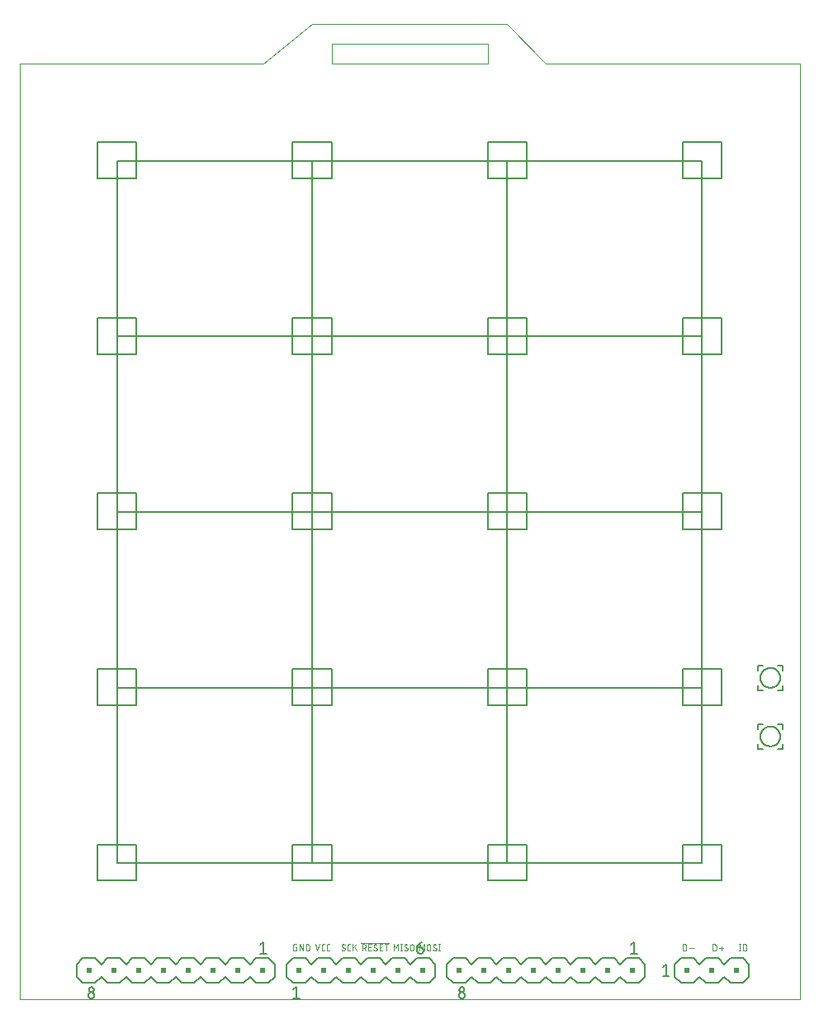
<source format=gto>
G75*
%MOIN*%
%OFA0B0*%
%FSLAX25Y25*%
%IPPOS*%
%LPD*%
%AMOC8*
5,1,8,0,0,1.08239X$1,22.5*
%
%ADD10C,0.00000*%
%ADD11C,0.00600*%
%ADD12C,0.00200*%
%ADD13C,0.00500*%
%ADD14R,0.02000X0.02000*%
D10*
X0025153Y0014324D02*
X0025153Y0392277D01*
X0123578Y0392277D01*
X0143263Y0408025D01*
X0222003Y0408025D01*
X0237751Y0392277D01*
X0340113Y0392277D01*
X0340113Y0014324D01*
X0025153Y0014324D01*
X0151137Y0392277D02*
X0151137Y0400151D01*
X0214129Y0400151D01*
X0214129Y0392277D01*
X0151137Y0392277D01*
D11*
X0143263Y0352906D02*
X0143263Y0069442D01*
X0222003Y0069442D01*
X0222003Y0352906D01*
X0300743Y0352906D01*
X0300743Y0282040D01*
X0064523Y0282040D01*
X0064523Y0211174D01*
X0300743Y0211174D01*
X0300743Y0282040D01*
X0300743Y0211174D02*
X0300743Y0140308D01*
X0064523Y0140308D01*
X0064523Y0069442D01*
X0143263Y0069442D01*
X0145448Y0031135D02*
X0150448Y0031135D01*
X0152948Y0028635D01*
X0155448Y0031135D01*
X0160448Y0031135D01*
X0162948Y0028635D01*
X0165448Y0031135D01*
X0170448Y0031135D01*
X0172948Y0028635D01*
X0175448Y0031135D01*
X0180448Y0031135D01*
X0182948Y0028635D01*
X0185448Y0031135D01*
X0190448Y0031135D01*
X0192948Y0028635D01*
X0192948Y0023635D01*
X0190448Y0021135D01*
X0185448Y0021135D01*
X0182948Y0023635D01*
X0180448Y0021135D01*
X0175448Y0021135D01*
X0172948Y0023635D01*
X0170448Y0021135D01*
X0165448Y0021135D01*
X0162948Y0023635D01*
X0160448Y0021135D01*
X0155448Y0021135D01*
X0152948Y0023635D01*
X0150448Y0021135D01*
X0145448Y0021135D01*
X0142948Y0023635D01*
X0140448Y0021135D01*
X0135448Y0021135D01*
X0132948Y0023635D01*
X0132948Y0028635D01*
X0135448Y0031135D01*
X0140448Y0031135D01*
X0142948Y0028635D01*
X0145448Y0031135D01*
X0128145Y0028635D02*
X0128145Y0023635D01*
X0125645Y0021135D01*
X0120645Y0021135D01*
X0118145Y0023635D01*
X0115645Y0021135D01*
X0110645Y0021135D01*
X0108145Y0023635D01*
X0105645Y0021135D01*
X0100645Y0021135D01*
X0098145Y0023635D01*
X0095645Y0021135D01*
X0090645Y0021135D01*
X0088145Y0023635D01*
X0085645Y0021135D01*
X0080645Y0021135D01*
X0078145Y0023635D01*
X0075645Y0021135D01*
X0070645Y0021135D01*
X0068145Y0023635D01*
X0065645Y0021135D01*
X0060645Y0021135D01*
X0058145Y0023635D01*
X0055645Y0021135D01*
X0050645Y0021135D01*
X0048145Y0023635D01*
X0048145Y0028635D01*
X0050645Y0031135D01*
X0055645Y0031135D01*
X0058145Y0028635D01*
X0060645Y0031135D01*
X0065645Y0031135D01*
X0068145Y0028635D01*
X0070645Y0031135D01*
X0075645Y0031135D01*
X0078145Y0028635D01*
X0080645Y0031135D01*
X0085645Y0031135D01*
X0088145Y0028635D01*
X0090645Y0031135D01*
X0095645Y0031135D01*
X0098145Y0028635D01*
X0100645Y0031135D01*
X0105645Y0031135D01*
X0108145Y0028635D01*
X0110645Y0031135D01*
X0115645Y0031135D01*
X0118145Y0028635D01*
X0120645Y0031135D01*
X0125645Y0031135D01*
X0128145Y0028635D01*
X0197751Y0028635D02*
X0197751Y0023635D01*
X0200251Y0021135D01*
X0205251Y0021135D01*
X0207751Y0023635D01*
X0210251Y0021135D01*
X0215251Y0021135D01*
X0217751Y0023635D01*
X0220251Y0021135D01*
X0225251Y0021135D01*
X0227751Y0023635D01*
X0230251Y0021135D01*
X0235251Y0021135D01*
X0237751Y0023635D01*
X0240251Y0021135D01*
X0245251Y0021135D01*
X0247751Y0023635D01*
X0250251Y0021135D01*
X0255251Y0021135D01*
X0257751Y0023635D01*
X0260251Y0021135D01*
X0265251Y0021135D01*
X0267751Y0023635D01*
X0270251Y0021135D01*
X0275251Y0021135D01*
X0277751Y0023635D01*
X0277751Y0028635D01*
X0275251Y0031135D01*
X0270251Y0031135D01*
X0267751Y0028635D01*
X0265251Y0031135D01*
X0260251Y0031135D01*
X0257751Y0028635D01*
X0255251Y0031135D01*
X0250251Y0031135D01*
X0247751Y0028635D01*
X0245251Y0031135D01*
X0240251Y0031135D01*
X0237751Y0028635D01*
X0235251Y0031135D01*
X0230251Y0031135D01*
X0227751Y0028635D01*
X0225251Y0031135D01*
X0220251Y0031135D01*
X0217751Y0028635D01*
X0215251Y0031135D01*
X0210251Y0031135D01*
X0207751Y0028635D01*
X0205251Y0031135D01*
X0200251Y0031135D01*
X0197751Y0028635D01*
X0222003Y0069442D02*
X0300743Y0069442D01*
X0300743Y0140308D01*
X0323302Y0141245D02*
X0323302Y0139245D01*
X0325302Y0139245D01*
X0324302Y0144245D02*
X0324304Y0144371D01*
X0324310Y0144497D01*
X0324320Y0144623D01*
X0324334Y0144749D01*
X0324352Y0144874D01*
X0324374Y0144998D01*
X0324399Y0145122D01*
X0324429Y0145245D01*
X0324462Y0145366D01*
X0324500Y0145487D01*
X0324541Y0145606D01*
X0324586Y0145725D01*
X0324634Y0145841D01*
X0324686Y0145956D01*
X0324742Y0146069D01*
X0324802Y0146181D01*
X0324865Y0146290D01*
X0324931Y0146398D01*
X0325000Y0146503D01*
X0325073Y0146606D01*
X0325150Y0146707D01*
X0325229Y0146805D01*
X0325311Y0146901D01*
X0325397Y0146994D01*
X0325485Y0147085D01*
X0325576Y0147172D01*
X0325670Y0147257D01*
X0325766Y0147338D01*
X0325865Y0147417D01*
X0325966Y0147492D01*
X0326070Y0147564D01*
X0326176Y0147633D01*
X0326284Y0147699D01*
X0326394Y0147761D01*
X0326506Y0147819D01*
X0326619Y0147874D01*
X0326735Y0147925D01*
X0326852Y0147973D01*
X0326970Y0148017D01*
X0327090Y0148057D01*
X0327211Y0148093D01*
X0327333Y0148126D01*
X0327456Y0148155D01*
X0327580Y0148179D01*
X0327704Y0148200D01*
X0327829Y0148217D01*
X0327955Y0148230D01*
X0328081Y0148239D01*
X0328207Y0148244D01*
X0328334Y0148245D01*
X0328460Y0148242D01*
X0328586Y0148235D01*
X0328712Y0148224D01*
X0328837Y0148209D01*
X0328962Y0148190D01*
X0329086Y0148167D01*
X0329210Y0148141D01*
X0329332Y0148110D01*
X0329454Y0148076D01*
X0329574Y0148037D01*
X0329693Y0147995D01*
X0329811Y0147950D01*
X0329927Y0147900D01*
X0330042Y0147847D01*
X0330154Y0147790D01*
X0330265Y0147730D01*
X0330374Y0147666D01*
X0330481Y0147599D01*
X0330586Y0147529D01*
X0330689Y0147455D01*
X0330789Y0147378D01*
X0330887Y0147298D01*
X0330982Y0147215D01*
X0331074Y0147129D01*
X0331164Y0147040D01*
X0331251Y0146948D01*
X0331334Y0146854D01*
X0331415Y0146757D01*
X0331493Y0146657D01*
X0331568Y0146555D01*
X0331639Y0146451D01*
X0331707Y0146344D01*
X0331771Y0146236D01*
X0331832Y0146125D01*
X0331890Y0146013D01*
X0331944Y0145899D01*
X0331994Y0145783D01*
X0332041Y0145666D01*
X0332084Y0145547D01*
X0332123Y0145427D01*
X0332159Y0145306D01*
X0332190Y0145183D01*
X0332218Y0145060D01*
X0332242Y0144936D01*
X0332262Y0144811D01*
X0332278Y0144686D01*
X0332290Y0144560D01*
X0332298Y0144434D01*
X0332302Y0144308D01*
X0332302Y0144182D01*
X0332298Y0144056D01*
X0332290Y0143930D01*
X0332278Y0143804D01*
X0332262Y0143679D01*
X0332242Y0143554D01*
X0332218Y0143430D01*
X0332190Y0143307D01*
X0332159Y0143184D01*
X0332123Y0143063D01*
X0332084Y0142943D01*
X0332041Y0142824D01*
X0331994Y0142707D01*
X0331944Y0142591D01*
X0331890Y0142477D01*
X0331832Y0142365D01*
X0331771Y0142254D01*
X0331707Y0142146D01*
X0331639Y0142039D01*
X0331568Y0141935D01*
X0331493Y0141833D01*
X0331415Y0141733D01*
X0331334Y0141636D01*
X0331251Y0141542D01*
X0331164Y0141450D01*
X0331074Y0141361D01*
X0330982Y0141275D01*
X0330887Y0141192D01*
X0330789Y0141112D01*
X0330689Y0141035D01*
X0330586Y0140961D01*
X0330481Y0140891D01*
X0330374Y0140824D01*
X0330265Y0140760D01*
X0330154Y0140700D01*
X0330042Y0140643D01*
X0329927Y0140590D01*
X0329811Y0140540D01*
X0329693Y0140495D01*
X0329574Y0140453D01*
X0329454Y0140414D01*
X0329332Y0140380D01*
X0329210Y0140349D01*
X0329086Y0140323D01*
X0328962Y0140300D01*
X0328837Y0140281D01*
X0328712Y0140266D01*
X0328586Y0140255D01*
X0328460Y0140248D01*
X0328334Y0140245D01*
X0328207Y0140246D01*
X0328081Y0140251D01*
X0327955Y0140260D01*
X0327829Y0140273D01*
X0327704Y0140290D01*
X0327580Y0140311D01*
X0327456Y0140335D01*
X0327333Y0140364D01*
X0327211Y0140397D01*
X0327090Y0140433D01*
X0326970Y0140473D01*
X0326852Y0140517D01*
X0326735Y0140565D01*
X0326619Y0140616D01*
X0326506Y0140671D01*
X0326394Y0140729D01*
X0326284Y0140791D01*
X0326176Y0140857D01*
X0326070Y0140926D01*
X0325966Y0140998D01*
X0325865Y0141073D01*
X0325766Y0141152D01*
X0325670Y0141233D01*
X0325576Y0141318D01*
X0325485Y0141405D01*
X0325397Y0141496D01*
X0325311Y0141589D01*
X0325229Y0141685D01*
X0325150Y0141783D01*
X0325073Y0141884D01*
X0325000Y0141987D01*
X0324931Y0142092D01*
X0324865Y0142200D01*
X0324802Y0142309D01*
X0324742Y0142421D01*
X0324686Y0142534D01*
X0324634Y0142649D01*
X0324586Y0142765D01*
X0324541Y0142884D01*
X0324500Y0143003D01*
X0324462Y0143124D01*
X0324429Y0143245D01*
X0324399Y0143368D01*
X0324374Y0143492D01*
X0324352Y0143616D01*
X0324334Y0143741D01*
X0324320Y0143867D01*
X0324310Y0143993D01*
X0324304Y0144119D01*
X0324302Y0144245D01*
X0323302Y0147245D02*
X0323302Y0149245D01*
X0325302Y0149245D01*
X0331302Y0149245D02*
X0333302Y0149245D01*
X0333302Y0147245D01*
X0333302Y0141245D02*
X0333302Y0139245D01*
X0331302Y0139245D01*
X0331302Y0125623D02*
X0333302Y0125623D01*
X0333302Y0123623D01*
X0324302Y0120623D02*
X0324304Y0120749D01*
X0324310Y0120875D01*
X0324320Y0121001D01*
X0324334Y0121127D01*
X0324352Y0121252D01*
X0324374Y0121376D01*
X0324399Y0121500D01*
X0324429Y0121623D01*
X0324462Y0121744D01*
X0324500Y0121865D01*
X0324541Y0121984D01*
X0324586Y0122103D01*
X0324634Y0122219D01*
X0324686Y0122334D01*
X0324742Y0122447D01*
X0324802Y0122559D01*
X0324865Y0122668D01*
X0324931Y0122776D01*
X0325000Y0122881D01*
X0325073Y0122984D01*
X0325150Y0123085D01*
X0325229Y0123183D01*
X0325311Y0123279D01*
X0325397Y0123372D01*
X0325485Y0123463D01*
X0325576Y0123550D01*
X0325670Y0123635D01*
X0325766Y0123716D01*
X0325865Y0123795D01*
X0325966Y0123870D01*
X0326070Y0123942D01*
X0326176Y0124011D01*
X0326284Y0124077D01*
X0326394Y0124139D01*
X0326506Y0124197D01*
X0326619Y0124252D01*
X0326735Y0124303D01*
X0326852Y0124351D01*
X0326970Y0124395D01*
X0327090Y0124435D01*
X0327211Y0124471D01*
X0327333Y0124504D01*
X0327456Y0124533D01*
X0327580Y0124557D01*
X0327704Y0124578D01*
X0327829Y0124595D01*
X0327955Y0124608D01*
X0328081Y0124617D01*
X0328207Y0124622D01*
X0328334Y0124623D01*
X0328460Y0124620D01*
X0328586Y0124613D01*
X0328712Y0124602D01*
X0328837Y0124587D01*
X0328962Y0124568D01*
X0329086Y0124545D01*
X0329210Y0124519D01*
X0329332Y0124488D01*
X0329454Y0124454D01*
X0329574Y0124415D01*
X0329693Y0124373D01*
X0329811Y0124328D01*
X0329927Y0124278D01*
X0330042Y0124225D01*
X0330154Y0124168D01*
X0330265Y0124108D01*
X0330374Y0124044D01*
X0330481Y0123977D01*
X0330586Y0123907D01*
X0330689Y0123833D01*
X0330789Y0123756D01*
X0330887Y0123676D01*
X0330982Y0123593D01*
X0331074Y0123507D01*
X0331164Y0123418D01*
X0331251Y0123326D01*
X0331334Y0123232D01*
X0331415Y0123135D01*
X0331493Y0123035D01*
X0331568Y0122933D01*
X0331639Y0122829D01*
X0331707Y0122722D01*
X0331771Y0122614D01*
X0331832Y0122503D01*
X0331890Y0122391D01*
X0331944Y0122277D01*
X0331994Y0122161D01*
X0332041Y0122044D01*
X0332084Y0121925D01*
X0332123Y0121805D01*
X0332159Y0121684D01*
X0332190Y0121561D01*
X0332218Y0121438D01*
X0332242Y0121314D01*
X0332262Y0121189D01*
X0332278Y0121064D01*
X0332290Y0120938D01*
X0332298Y0120812D01*
X0332302Y0120686D01*
X0332302Y0120560D01*
X0332298Y0120434D01*
X0332290Y0120308D01*
X0332278Y0120182D01*
X0332262Y0120057D01*
X0332242Y0119932D01*
X0332218Y0119808D01*
X0332190Y0119685D01*
X0332159Y0119562D01*
X0332123Y0119441D01*
X0332084Y0119321D01*
X0332041Y0119202D01*
X0331994Y0119085D01*
X0331944Y0118969D01*
X0331890Y0118855D01*
X0331832Y0118743D01*
X0331771Y0118632D01*
X0331707Y0118524D01*
X0331639Y0118417D01*
X0331568Y0118313D01*
X0331493Y0118211D01*
X0331415Y0118111D01*
X0331334Y0118014D01*
X0331251Y0117920D01*
X0331164Y0117828D01*
X0331074Y0117739D01*
X0330982Y0117653D01*
X0330887Y0117570D01*
X0330789Y0117490D01*
X0330689Y0117413D01*
X0330586Y0117339D01*
X0330481Y0117269D01*
X0330374Y0117202D01*
X0330265Y0117138D01*
X0330154Y0117078D01*
X0330042Y0117021D01*
X0329927Y0116968D01*
X0329811Y0116918D01*
X0329693Y0116873D01*
X0329574Y0116831D01*
X0329454Y0116792D01*
X0329332Y0116758D01*
X0329210Y0116727D01*
X0329086Y0116701D01*
X0328962Y0116678D01*
X0328837Y0116659D01*
X0328712Y0116644D01*
X0328586Y0116633D01*
X0328460Y0116626D01*
X0328334Y0116623D01*
X0328207Y0116624D01*
X0328081Y0116629D01*
X0327955Y0116638D01*
X0327829Y0116651D01*
X0327704Y0116668D01*
X0327580Y0116689D01*
X0327456Y0116713D01*
X0327333Y0116742D01*
X0327211Y0116775D01*
X0327090Y0116811D01*
X0326970Y0116851D01*
X0326852Y0116895D01*
X0326735Y0116943D01*
X0326619Y0116994D01*
X0326506Y0117049D01*
X0326394Y0117107D01*
X0326284Y0117169D01*
X0326176Y0117235D01*
X0326070Y0117304D01*
X0325966Y0117376D01*
X0325865Y0117451D01*
X0325766Y0117530D01*
X0325670Y0117611D01*
X0325576Y0117696D01*
X0325485Y0117783D01*
X0325397Y0117874D01*
X0325311Y0117967D01*
X0325229Y0118063D01*
X0325150Y0118161D01*
X0325073Y0118262D01*
X0325000Y0118365D01*
X0324931Y0118470D01*
X0324865Y0118578D01*
X0324802Y0118687D01*
X0324742Y0118799D01*
X0324686Y0118912D01*
X0324634Y0119027D01*
X0324586Y0119143D01*
X0324541Y0119262D01*
X0324500Y0119381D01*
X0324462Y0119502D01*
X0324429Y0119623D01*
X0324399Y0119746D01*
X0324374Y0119870D01*
X0324352Y0119994D01*
X0324334Y0120119D01*
X0324320Y0120245D01*
X0324310Y0120371D01*
X0324304Y0120497D01*
X0324302Y0120623D01*
X0323302Y0117623D02*
X0323302Y0115623D01*
X0325302Y0115623D01*
X0331302Y0115623D02*
X0333302Y0115623D01*
X0333302Y0117623D01*
X0325302Y0125623D02*
X0323302Y0125623D01*
X0323302Y0123623D01*
X0317180Y0031135D02*
X0312180Y0031135D01*
X0309680Y0028635D01*
X0307180Y0031135D01*
X0302180Y0031135D01*
X0299680Y0028635D01*
X0297180Y0031135D01*
X0292180Y0031135D01*
X0289680Y0028635D01*
X0289680Y0023635D01*
X0292180Y0021135D01*
X0297180Y0021135D01*
X0299680Y0023635D01*
X0302180Y0021135D01*
X0307180Y0021135D01*
X0309680Y0023635D01*
X0312180Y0021135D01*
X0317180Y0021135D01*
X0319680Y0023635D01*
X0319680Y0028635D01*
X0317180Y0031135D01*
X0064523Y0140308D02*
X0064523Y0211174D01*
X0064523Y0282040D02*
X0064523Y0352906D01*
X0143263Y0352906D01*
X0222003Y0352906D01*
D12*
X0194936Y0036665D02*
X0194368Y0036665D01*
X0194652Y0036665D02*
X0194652Y0034109D01*
X0194368Y0034109D02*
X0194936Y0034109D01*
X0193176Y0035174D02*
X0192395Y0035600D01*
X0192679Y0036665D02*
X0192741Y0036663D01*
X0192803Y0036658D01*
X0192865Y0036649D01*
X0192926Y0036636D01*
X0192986Y0036620D01*
X0193045Y0036600D01*
X0193103Y0036577D01*
X0193159Y0036550D01*
X0193214Y0036521D01*
X0193267Y0036488D01*
X0193318Y0036452D01*
X0192395Y0035600D02*
X0192356Y0035625D01*
X0192320Y0035653D01*
X0192285Y0035684D01*
X0192254Y0035717D01*
X0192225Y0035753D01*
X0192199Y0035791D01*
X0192176Y0035831D01*
X0192156Y0035873D01*
X0192140Y0035916D01*
X0192127Y0035960D01*
X0192118Y0036005D01*
X0192113Y0036051D01*
X0192111Y0036097D01*
X0192113Y0036144D01*
X0192119Y0036190D01*
X0192128Y0036236D01*
X0192142Y0036281D01*
X0192159Y0036325D01*
X0192179Y0036367D01*
X0192203Y0036408D01*
X0192231Y0036446D01*
X0192261Y0036482D01*
X0192294Y0036515D01*
X0192330Y0036545D01*
X0192368Y0036573D01*
X0192409Y0036597D01*
X0192451Y0036617D01*
X0192495Y0036634D01*
X0192540Y0036648D01*
X0192586Y0036657D01*
X0192632Y0036663D01*
X0192679Y0036665D01*
X0192040Y0034464D02*
X0192089Y0034417D01*
X0192140Y0034374D01*
X0192194Y0034333D01*
X0192251Y0034295D01*
X0192309Y0034260D01*
X0192369Y0034229D01*
X0192430Y0034201D01*
X0192494Y0034177D01*
X0192558Y0034156D01*
X0192624Y0034139D01*
X0192690Y0034126D01*
X0192757Y0034117D01*
X0192824Y0034111D01*
X0192892Y0034109D01*
X0192939Y0034111D01*
X0192986Y0034117D01*
X0193031Y0034126D01*
X0193076Y0034140D01*
X0193120Y0034157D01*
X0193162Y0034177D01*
X0193203Y0034201D01*
X0193241Y0034229D01*
X0193277Y0034259D01*
X0193310Y0034292D01*
X0193340Y0034328D01*
X0193368Y0034366D01*
X0193392Y0034407D01*
X0193412Y0034449D01*
X0193429Y0034493D01*
X0193443Y0034538D01*
X0193452Y0034584D01*
X0193458Y0034630D01*
X0193460Y0034677D01*
X0193458Y0034723D01*
X0193453Y0034769D01*
X0193444Y0034814D01*
X0193431Y0034858D01*
X0193415Y0034901D01*
X0193395Y0034943D01*
X0193372Y0034983D01*
X0193346Y0035021D01*
X0193317Y0035057D01*
X0193286Y0035090D01*
X0193251Y0035121D01*
X0193215Y0035149D01*
X0193176Y0035174D01*
X0191062Y0034819D02*
X0191062Y0035955D01*
X0191060Y0036007D01*
X0191054Y0036058D01*
X0191045Y0036109D01*
X0191032Y0036160D01*
X0191015Y0036209D01*
X0190995Y0036256D01*
X0190971Y0036302D01*
X0190944Y0036347D01*
X0190914Y0036389D01*
X0190881Y0036429D01*
X0190845Y0036466D01*
X0190806Y0036501D01*
X0190765Y0036532D01*
X0190722Y0036561D01*
X0190677Y0036586D01*
X0190630Y0036608D01*
X0190581Y0036627D01*
X0190532Y0036642D01*
X0190481Y0036653D01*
X0190430Y0036661D01*
X0190378Y0036665D01*
X0190326Y0036665D01*
X0190274Y0036661D01*
X0190223Y0036653D01*
X0190172Y0036642D01*
X0190123Y0036627D01*
X0190074Y0036608D01*
X0190027Y0036586D01*
X0189982Y0036561D01*
X0189939Y0036532D01*
X0189898Y0036501D01*
X0189859Y0036466D01*
X0189823Y0036429D01*
X0189790Y0036389D01*
X0189760Y0036347D01*
X0189733Y0036302D01*
X0189709Y0036256D01*
X0189689Y0036209D01*
X0189672Y0036160D01*
X0189659Y0036109D01*
X0189650Y0036058D01*
X0189644Y0036007D01*
X0189642Y0035955D01*
X0189642Y0034819D01*
X0189644Y0034767D01*
X0189650Y0034716D01*
X0189659Y0034665D01*
X0189672Y0034614D01*
X0189689Y0034565D01*
X0189709Y0034518D01*
X0189733Y0034472D01*
X0189760Y0034427D01*
X0189790Y0034385D01*
X0189823Y0034345D01*
X0189859Y0034308D01*
X0189898Y0034273D01*
X0189939Y0034242D01*
X0189982Y0034213D01*
X0190027Y0034188D01*
X0190074Y0034166D01*
X0190123Y0034147D01*
X0190172Y0034132D01*
X0190223Y0034121D01*
X0190274Y0034113D01*
X0190326Y0034109D01*
X0190378Y0034109D01*
X0190430Y0034113D01*
X0190481Y0034121D01*
X0190532Y0034132D01*
X0190581Y0034147D01*
X0190630Y0034166D01*
X0190677Y0034188D01*
X0190722Y0034213D01*
X0190765Y0034242D01*
X0190806Y0034273D01*
X0190845Y0034308D01*
X0190881Y0034345D01*
X0190914Y0034385D01*
X0190944Y0034427D01*
X0190971Y0034472D01*
X0190995Y0034518D01*
X0191015Y0034565D01*
X0191032Y0034614D01*
X0191045Y0034665D01*
X0191054Y0034716D01*
X0191060Y0034767D01*
X0191062Y0034819D01*
X0188476Y0034109D02*
X0188476Y0036665D01*
X0187624Y0035245D01*
X0186772Y0036665D01*
X0186772Y0034109D01*
X0184283Y0034819D02*
X0184283Y0035955D01*
X0184281Y0036007D01*
X0184275Y0036058D01*
X0184266Y0036109D01*
X0184253Y0036160D01*
X0184236Y0036209D01*
X0184216Y0036256D01*
X0184192Y0036302D01*
X0184165Y0036347D01*
X0184135Y0036389D01*
X0184102Y0036429D01*
X0184066Y0036466D01*
X0184027Y0036501D01*
X0183986Y0036532D01*
X0183943Y0036561D01*
X0183898Y0036586D01*
X0183851Y0036608D01*
X0183802Y0036627D01*
X0183753Y0036642D01*
X0183702Y0036653D01*
X0183651Y0036661D01*
X0183599Y0036665D01*
X0183547Y0036665D01*
X0183495Y0036661D01*
X0183444Y0036653D01*
X0183393Y0036642D01*
X0183344Y0036627D01*
X0183295Y0036608D01*
X0183248Y0036586D01*
X0183203Y0036561D01*
X0183160Y0036532D01*
X0183119Y0036501D01*
X0183080Y0036466D01*
X0183044Y0036429D01*
X0183011Y0036389D01*
X0182981Y0036347D01*
X0182954Y0036302D01*
X0182930Y0036256D01*
X0182910Y0036209D01*
X0182893Y0036160D01*
X0182880Y0036109D01*
X0182871Y0036058D01*
X0182865Y0036007D01*
X0182863Y0035955D01*
X0182863Y0034819D01*
X0182865Y0034767D01*
X0182871Y0034716D01*
X0182880Y0034665D01*
X0182893Y0034614D01*
X0182910Y0034565D01*
X0182930Y0034518D01*
X0182954Y0034472D01*
X0182981Y0034427D01*
X0183011Y0034385D01*
X0183044Y0034345D01*
X0183080Y0034308D01*
X0183119Y0034273D01*
X0183160Y0034242D01*
X0183203Y0034213D01*
X0183248Y0034188D01*
X0183295Y0034166D01*
X0183344Y0034147D01*
X0183393Y0034132D01*
X0183444Y0034121D01*
X0183495Y0034113D01*
X0183547Y0034109D01*
X0183599Y0034109D01*
X0183651Y0034113D01*
X0183702Y0034121D01*
X0183753Y0034132D01*
X0183802Y0034147D01*
X0183851Y0034166D01*
X0183898Y0034188D01*
X0183943Y0034213D01*
X0183986Y0034242D01*
X0184027Y0034273D01*
X0184066Y0034308D01*
X0184102Y0034345D01*
X0184135Y0034385D01*
X0184165Y0034427D01*
X0184192Y0034472D01*
X0184216Y0034518D01*
X0184236Y0034565D01*
X0184253Y0034614D01*
X0184266Y0034665D01*
X0184275Y0034716D01*
X0184281Y0034767D01*
X0184283Y0034819D01*
X0181601Y0035174D02*
X0180820Y0035600D01*
X0181104Y0036665D02*
X0181166Y0036663D01*
X0181228Y0036658D01*
X0181290Y0036649D01*
X0181351Y0036636D01*
X0181411Y0036620D01*
X0181470Y0036600D01*
X0181528Y0036577D01*
X0181584Y0036550D01*
X0181639Y0036521D01*
X0181692Y0036488D01*
X0181743Y0036452D01*
X0180820Y0035600D02*
X0180781Y0035625D01*
X0180745Y0035653D01*
X0180710Y0035684D01*
X0180679Y0035717D01*
X0180650Y0035753D01*
X0180624Y0035791D01*
X0180601Y0035831D01*
X0180581Y0035873D01*
X0180565Y0035916D01*
X0180552Y0035960D01*
X0180543Y0036005D01*
X0180538Y0036051D01*
X0180536Y0036097D01*
X0180538Y0036144D01*
X0180544Y0036190D01*
X0180553Y0036236D01*
X0180567Y0036281D01*
X0180584Y0036325D01*
X0180604Y0036367D01*
X0180628Y0036408D01*
X0180656Y0036446D01*
X0180686Y0036482D01*
X0180719Y0036515D01*
X0180755Y0036545D01*
X0180793Y0036573D01*
X0180834Y0036597D01*
X0180876Y0036617D01*
X0180920Y0036634D01*
X0180965Y0036648D01*
X0181011Y0036657D01*
X0181057Y0036663D01*
X0181104Y0036665D01*
X0180465Y0034464D02*
X0180514Y0034417D01*
X0180565Y0034374D01*
X0180619Y0034333D01*
X0180676Y0034295D01*
X0180734Y0034260D01*
X0180794Y0034229D01*
X0180855Y0034201D01*
X0180919Y0034177D01*
X0180983Y0034156D01*
X0181049Y0034139D01*
X0181115Y0034126D01*
X0181182Y0034117D01*
X0181249Y0034111D01*
X0181317Y0034109D01*
X0181364Y0034111D01*
X0181411Y0034117D01*
X0181456Y0034126D01*
X0181501Y0034140D01*
X0181545Y0034157D01*
X0181587Y0034177D01*
X0181628Y0034201D01*
X0181666Y0034229D01*
X0181702Y0034259D01*
X0181735Y0034292D01*
X0181765Y0034328D01*
X0181793Y0034366D01*
X0181817Y0034407D01*
X0181837Y0034449D01*
X0181854Y0034493D01*
X0181868Y0034538D01*
X0181877Y0034584D01*
X0181883Y0034630D01*
X0181885Y0034677D01*
X0181883Y0034723D01*
X0181878Y0034769D01*
X0181869Y0034814D01*
X0181856Y0034858D01*
X0181840Y0034901D01*
X0181820Y0034943D01*
X0181797Y0034983D01*
X0181771Y0035021D01*
X0181742Y0035057D01*
X0181711Y0035090D01*
X0181676Y0035121D01*
X0181640Y0035149D01*
X0181601Y0035174D01*
X0179558Y0034109D02*
X0178990Y0034109D01*
X0179274Y0034109D02*
X0179274Y0036665D01*
X0178990Y0036665D02*
X0179558Y0036665D01*
X0177893Y0036665D02*
X0177893Y0034109D01*
X0177041Y0035245D02*
X0177893Y0036665D01*
X0177041Y0035245D02*
X0176189Y0036665D01*
X0176189Y0034109D01*
X0173156Y0034109D02*
X0173156Y0036665D01*
X0172446Y0036665D02*
X0173866Y0036665D01*
X0174230Y0037065D02*
X0162904Y0037065D01*
X0163532Y0036665D02*
X0164242Y0036665D01*
X0164294Y0036663D01*
X0164345Y0036657D01*
X0164396Y0036648D01*
X0164447Y0036635D01*
X0164496Y0036618D01*
X0164543Y0036598D01*
X0164589Y0036574D01*
X0164634Y0036547D01*
X0164676Y0036517D01*
X0164716Y0036484D01*
X0164753Y0036448D01*
X0164788Y0036409D01*
X0164819Y0036368D01*
X0164848Y0036325D01*
X0164873Y0036280D01*
X0164895Y0036233D01*
X0164914Y0036184D01*
X0164929Y0036135D01*
X0164940Y0036084D01*
X0164948Y0036033D01*
X0164952Y0035981D01*
X0164952Y0035929D01*
X0164948Y0035877D01*
X0164940Y0035826D01*
X0164929Y0035775D01*
X0164914Y0035726D01*
X0164895Y0035677D01*
X0164873Y0035630D01*
X0164848Y0035585D01*
X0164819Y0035542D01*
X0164788Y0035501D01*
X0164753Y0035462D01*
X0164716Y0035426D01*
X0164676Y0035393D01*
X0164634Y0035363D01*
X0164589Y0035336D01*
X0164543Y0035312D01*
X0164496Y0035292D01*
X0164447Y0035275D01*
X0164396Y0035262D01*
X0164345Y0035253D01*
X0164294Y0035247D01*
X0164242Y0035245D01*
X0163532Y0035245D01*
X0164384Y0035245D02*
X0164952Y0034109D01*
X0166084Y0034109D02*
X0166084Y0036665D01*
X0167220Y0036665D01*
X0166936Y0035529D02*
X0166084Y0035529D01*
X0166084Y0034109D02*
X0167220Y0034109D01*
X0169200Y0035174D02*
X0169239Y0035149D01*
X0169275Y0035121D01*
X0169310Y0035090D01*
X0169341Y0035057D01*
X0169370Y0035021D01*
X0169396Y0034983D01*
X0169419Y0034943D01*
X0169439Y0034901D01*
X0169455Y0034858D01*
X0169468Y0034814D01*
X0169477Y0034769D01*
X0169482Y0034723D01*
X0169484Y0034677D01*
X0169482Y0034630D01*
X0169476Y0034584D01*
X0169467Y0034538D01*
X0169453Y0034493D01*
X0169436Y0034449D01*
X0169416Y0034407D01*
X0169392Y0034366D01*
X0169364Y0034328D01*
X0169334Y0034292D01*
X0169301Y0034259D01*
X0169265Y0034229D01*
X0169227Y0034201D01*
X0169186Y0034177D01*
X0169144Y0034157D01*
X0169100Y0034140D01*
X0169055Y0034126D01*
X0169010Y0034117D01*
X0168963Y0034111D01*
X0168916Y0034109D01*
X0169200Y0035174D02*
X0168419Y0035600D01*
X0168703Y0036665D02*
X0168765Y0036663D01*
X0168827Y0036658D01*
X0168889Y0036649D01*
X0168950Y0036636D01*
X0169010Y0036620D01*
X0169069Y0036600D01*
X0169127Y0036577D01*
X0169183Y0036550D01*
X0169238Y0036521D01*
X0169291Y0036488D01*
X0169342Y0036452D01*
X0168419Y0035600D02*
X0168380Y0035625D01*
X0168344Y0035653D01*
X0168309Y0035684D01*
X0168278Y0035717D01*
X0168249Y0035753D01*
X0168223Y0035791D01*
X0168200Y0035831D01*
X0168180Y0035873D01*
X0168164Y0035916D01*
X0168151Y0035960D01*
X0168142Y0036005D01*
X0168137Y0036051D01*
X0168135Y0036097D01*
X0168137Y0036144D01*
X0168143Y0036190D01*
X0168152Y0036236D01*
X0168166Y0036281D01*
X0168183Y0036325D01*
X0168203Y0036367D01*
X0168227Y0036408D01*
X0168255Y0036446D01*
X0168285Y0036482D01*
X0168318Y0036515D01*
X0168354Y0036545D01*
X0168392Y0036573D01*
X0168433Y0036597D01*
X0168475Y0036617D01*
X0168519Y0036634D01*
X0168564Y0036648D01*
X0168610Y0036657D01*
X0168656Y0036663D01*
X0168703Y0036665D01*
X0168064Y0034464D02*
X0168113Y0034417D01*
X0168164Y0034374D01*
X0168218Y0034333D01*
X0168275Y0034295D01*
X0168333Y0034260D01*
X0168393Y0034229D01*
X0168454Y0034201D01*
X0168518Y0034177D01*
X0168582Y0034156D01*
X0168648Y0034139D01*
X0168714Y0034126D01*
X0168781Y0034117D01*
X0168848Y0034111D01*
X0168916Y0034109D01*
X0170549Y0034109D02*
X0170549Y0036665D01*
X0171685Y0036665D01*
X0171401Y0035529D02*
X0170549Y0035529D01*
X0170549Y0034109D02*
X0171685Y0034109D01*
X0163532Y0034109D02*
X0163532Y0036665D01*
X0161168Y0036665D02*
X0159748Y0035103D01*
X0160316Y0035671D02*
X0161168Y0034109D01*
X0159748Y0034109D02*
X0159748Y0036665D01*
X0158693Y0036665D02*
X0158125Y0036665D01*
X0158078Y0036663D01*
X0158031Y0036657D01*
X0157986Y0036648D01*
X0157941Y0036634D01*
X0157897Y0036617D01*
X0157855Y0036597D01*
X0157814Y0036573D01*
X0157776Y0036545D01*
X0157740Y0036515D01*
X0157707Y0036482D01*
X0157677Y0036446D01*
X0157649Y0036408D01*
X0157625Y0036367D01*
X0157605Y0036325D01*
X0157588Y0036281D01*
X0157574Y0036236D01*
X0157565Y0036190D01*
X0157559Y0036144D01*
X0157557Y0036097D01*
X0157557Y0034677D01*
X0157559Y0034630D01*
X0157565Y0034584D01*
X0157574Y0034538D01*
X0157588Y0034493D01*
X0157605Y0034449D01*
X0157625Y0034407D01*
X0157649Y0034366D01*
X0157677Y0034328D01*
X0157707Y0034292D01*
X0157740Y0034259D01*
X0157776Y0034229D01*
X0157814Y0034201D01*
X0157855Y0034177D01*
X0157897Y0034157D01*
X0157941Y0034140D01*
X0157986Y0034126D01*
X0158032Y0034117D01*
X0158078Y0034111D01*
X0158125Y0034109D01*
X0158693Y0034109D01*
X0156302Y0035174D02*
X0155521Y0035600D01*
X0155805Y0036665D02*
X0155867Y0036663D01*
X0155929Y0036658D01*
X0155991Y0036649D01*
X0156052Y0036636D01*
X0156112Y0036620D01*
X0156171Y0036600D01*
X0156229Y0036577D01*
X0156285Y0036550D01*
X0156340Y0036521D01*
X0156393Y0036488D01*
X0156444Y0036452D01*
X0155521Y0035600D02*
X0155482Y0035625D01*
X0155446Y0035653D01*
X0155411Y0035684D01*
X0155380Y0035717D01*
X0155351Y0035753D01*
X0155325Y0035791D01*
X0155302Y0035831D01*
X0155282Y0035873D01*
X0155266Y0035916D01*
X0155253Y0035960D01*
X0155244Y0036005D01*
X0155239Y0036051D01*
X0155237Y0036097D01*
X0155239Y0036144D01*
X0155245Y0036190D01*
X0155254Y0036236D01*
X0155268Y0036281D01*
X0155285Y0036325D01*
X0155305Y0036367D01*
X0155329Y0036408D01*
X0155357Y0036446D01*
X0155387Y0036482D01*
X0155420Y0036515D01*
X0155456Y0036545D01*
X0155494Y0036573D01*
X0155535Y0036597D01*
X0155577Y0036617D01*
X0155621Y0036634D01*
X0155666Y0036648D01*
X0155712Y0036657D01*
X0155758Y0036663D01*
X0155805Y0036665D01*
X0155166Y0034464D02*
X0155215Y0034417D01*
X0155266Y0034374D01*
X0155320Y0034333D01*
X0155377Y0034295D01*
X0155435Y0034260D01*
X0155495Y0034229D01*
X0155556Y0034201D01*
X0155620Y0034177D01*
X0155684Y0034156D01*
X0155750Y0034139D01*
X0155816Y0034126D01*
X0155883Y0034117D01*
X0155950Y0034111D01*
X0156018Y0034109D01*
X0156065Y0034111D01*
X0156112Y0034117D01*
X0156157Y0034126D01*
X0156202Y0034140D01*
X0156246Y0034157D01*
X0156288Y0034177D01*
X0156329Y0034201D01*
X0156367Y0034229D01*
X0156403Y0034259D01*
X0156436Y0034292D01*
X0156466Y0034328D01*
X0156494Y0034366D01*
X0156518Y0034407D01*
X0156538Y0034449D01*
X0156555Y0034493D01*
X0156569Y0034538D01*
X0156578Y0034584D01*
X0156584Y0034630D01*
X0156586Y0034677D01*
X0156584Y0034723D01*
X0156579Y0034769D01*
X0156570Y0034814D01*
X0156557Y0034858D01*
X0156541Y0034901D01*
X0156521Y0034943D01*
X0156498Y0034983D01*
X0156472Y0035021D01*
X0156443Y0035057D01*
X0156412Y0035090D01*
X0156377Y0035121D01*
X0156341Y0035149D01*
X0156302Y0035174D01*
X0150342Y0034109D02*
X0149775Y0034109D01*
X0149728Y0034111D01*
X0149682Y0034117D01*
X0149636Y0034126D01*
X0149591Y0034140D01*
X0149547Y0034157D01*
X0149505Y0034177D01*
X0149464Y0034201D01*
X0149426Y0034229D01*
X0149390Y0034259D01*
X0149357Y0034292D01*
X0149327Y0034328D01*
X0149299Y0034366D01*
X0149275Y0034407D01*
X0149255Y0034449D01*
X0149238Y0034493D01*
X0149224Y0034538D01*
X0149215Y0034584D01*
X0149209Y0034630D01*
X0149207Y0034677D01*
X0149207Y0036097D01*
X0149209Y0036144D01*
X0149215Y0036190D01*
X0149224Y0036236D01*
X0149238Y0036281D01*
X0149255Y0036325D01*
X0149275Y0036367D01*
X0149299Y0036408D01*
X0149327Y0036446D01*
X0149357Y0036482D01*
X0149390Y0036515D01*
X0149426Y0036545D01*
X0149464Y0036573D01*
X0149505Y0036597D01*
X0149547Y0036617D01*
X0149591Y0036634D01*
X0149636Y0036648D01*
X0149681Y0036657D01*
X0149728Y0036663D01*
X0149775Y0036665D01*
X0150342Y0036665D01*
X0148276Y0036665D02*
X0147708Y0036665D01*
X0147661Y0036663D01*
X0147614Y0036657D01*
X0147569Y0036648D01*
X0147524Y0036634D01*
X0147480Y0036617D01*
X0147438Y0036597D01*
X0147397Y0036573D01*
X0147359Y0036545D01*
X0147323Y0036515D01*
X0147290Y0036482D01*
X0147260Y0036446D01*
X0147232Y0036408D01*
X0147208Y0036367D01*
X0147188Y0036325D01*
X0147171Y0036281D01*
X0147157Y0036236D01*
X0147148Y0036190D01*
X0147142Y0036144D01*
X0147140Y0036097D01*
X0147140Y0034677D01*
X0147142Y0034630D01*
X0147148Y0034584D01*
X0147157Y0034538D01*
X0147171Y0034493D01*
X0147188Y0034449D01*
X0147208Y0034407D01*
X0147232Y0034366D01*
X0147260Y0034328D01*
X0147290Y0034292D01*
X0147323Y0034259D01*
X0147359Y0034229D01*
X0147397Y0034201D01*
X0147438Y0034177D01*
X0147480Y0034157D01*
X0147524Y0034140D01*
X0147569Y0034126D01*
X0147615Y0034117D01*
X0147661Y0034111D01*
X0147708Y0034109D01*
X0148276Y0034109D01*
X0145376Y0034109D02*
X0146228Y0036665D01*
X0144524Y0036665D02*
X0145376Y0034109D01*
X0142200Y0034819D02*
X0142200Y0035955D01*
X0142198Y0036006D01*
X0142193Y0036056D01*
X0142184Y0036106D01*
X0142171Y0036155D01*
X0142155Y0036203D01*
X0142136Y0036250D01*
X0142113Y0036295D01*
X0142087Y0036339D01*
X0142058Y0036380D01*
X0142027Y0036420D01*
X0141992Y0036457D01*
X0141955Y0036492D01*
X0141915Y0036523D01*
X0141874Y0036552D01*
X0141830Y0036578D01*
X0141785Y0036601D01*
X0141738Y0036620D01*
X0141690Y0036636D01*
X0141641Y0036649D01*
X0141591Y0036658D01*
X0141541Y0036663D01*
X0141490Y0036665D01*
X0140780Y0036665D01*
X0140780Y0034109D01*
X0141490Y0034109D01*
X0141541Y0034111D01*
X0141591Y0034116D01*
X0141641Y0034125D01*
X0141690Y0034138D01*
X0141738Y0034154D01*
X0141785Y0034173D01*
X0141830Y0034196D01*
X0141874Y0034222D01*
X0141915Y0034251D01*
X0141955Y0034282D01*
X0141992Y0034317D01*
X0142027Y0034354D01*
X0142058Y0034394D01*
X0142087Y0034435D01*
X0142113Y0034479D01*
X0142136Y0034524D01*
X0142155Y0034571D01*
X0142171Y0034619D01*
X0142184Y0034668D01*
X0142193Y0034718D01*
X0142198Y0034768D01*
X0142200Y0034819D01*
X0139555Y0034109D02*
X0139555Y0036665D01*
X0138135Y0036665D02*
X0138135Y0034109D01*
X0136909Y0034109D02*
X0136057Y0034109D01*
X0136010Y0034111D01*
X0135964Y0034117D01*
X0135918Y0034126D01*
X0135873Y0034140D01*
X0135829Y0034157D01*
X0135787Y0034177D01*
X0135746Y0034201D01*
X0135708Y0034229D01*
X0135672Y0034259D01*
X0135639Y0034292D01*
X0135609Y0034328D01*
X0135581Y0034366D01*
X0135557Y0034407D01*
X0135537Y0034449D01*
X0135520Y0034493D01*
X0135506Y0034538D01*
X0135497Y0034584D01*
X0135491Y0034630D01*
X0135489Y0034677D01*
X0135489Y0036097D01*
X0135491Y0036144D01*
X0135497Y0036190D01*
X0135506Y0036236D01*
X0135520Y0036281D01*
X0135537Y0036325D01*
X0135557Y0036367D01*
X0135581Y0036408D01*
X0135609Y0036446D01*
X0135639Y0036482D01*
X0135672Y0036515D01*
X0135708Y0036545D01*
X0135746Y0036573D01*
X0135787Y0036597D01*
X0135829Y0036617D01*
X0135873Y0036634D01*
X0135918Y0036648D01*
X0135963Y0036657D01*
X0136010Y0036663D01*
X0136057Y0036665D01*
X0136909Y0036665D01*
X0136909Y0035529D02*
X0136909Y0034109D01*
X0136909Y0035529D02*
X0136483Y0035529D01*
X0138135Y0036665D02*
X0139555Y0034109D01*
X0292969Y0034109D02*
X0293679Y0034109D01*
X0292969Y0034109D02*
X0292969Y0036665D01*
X0293679Y0036665D01*
X0293730Y0036663D01*
X0293780Y0036658D01*
X0293830Y0036649D01*
X0293879Y0036636D01*
X0293927Y0036620D01*
X0293974Y0036601D01*
X0294019Y0036578D01*
X0294063Y0036552D01*
X0294104Y0036523D01*
X0294144Y0036492D01*
X0294181Y0036457D01*
X0294216Y0036420D01*
X0294247Y0036380D01*
X0294276Y0036339D01*
X0294302Y0036295D01*
X0294325Y0036250D01*
X0294344Y0036203D01*
X0294360Y0036155D01*
X0294373Y0036106D01*
X0294382Y0036056D01*
X0294387Y0036006D01*
X0294389Y0035955D01*
X0294389Y0034819D01*
X0294387Y0034768D01*
X0294382Y0034718D01*
X0294373Y0034668D01*
X0294360Y0034619D01*
X0294344Y0034571D01*
X0294325Y0034524D01*
X0294302Y0034479D01*
X0294276Y0034435D01*
X0294247Y0034394D01*
X0294216Y0034354D01*
X0294181Y0034317D01*
X0294144Y0034282D01*
X0294104Y0034251D01*
X0294063Y0034222D01*
X0294019Y0034196D01*
X0293974Y0034173D01*
X0293927Y0034154D01*
X0293879Y0034138D01*
X0293830Y0034125D01*
X0293780Y0034116D01*
X0293730Y0034111D01*
X0293679Y0034109D01*
X0295556Y0035103D02*
X0297260Y0035103D01*
X0305040Y0034109D02*
X0305750Y0034109D01*
X0305801Y0034111D01*
X0305851Y0034116D01*
X0305901Y0034125D01*
X0305950Y0034138D01*
X0305998Y0034154D01*
X0306045Y0034173D01*
X0306090Y0034196D01*
X0306134Y0034222D01*
X0306175Y0034251D01*
X0306215Y0034282D01*
X0306252Y0034317D01*
X0306287Y0034354D01*
X0306318Y0034394D01*
X0306347Y0034435D01*
X0306373Y0034479D01*
X0306396Y0034524D01*
X0306415Y0034571D01*
X0306431Y0034619D01*
X0306444Y0034668D01*
X0306453Y0034718D01*
X0306458Y0034768D01*
X0306460Y0034819D01*
X0306460Y0035955D01*
X0306458Y0036006D01*
X0306453Y0036056D01*
X0306444Y0036106D01*
X0306431Y0036155D01*
X0306415Y0036203D01*
X0306396Y0036250D01*
X0306373Y0036295D01*
X0306347Y0036339D01*
X0306318Y0036380D01*
X0306287Y0036420D01*
X0306252Y0036457D01*
X0306215Y0036492D01*
X0306175Y0036523D01*
X0306134Y0036552D01*
X0306090Y0036578D01*
X0306045Y0036601D01*
X0305998Y0036620D01*
X0305950Y0036636D01*
X0305901Y0036649D01*
X0305851Y0036658D01*
X0305801Y0036663D01*
X0305750Y0036665D01*
X0305040Y0036665D01*
X0305040Y0034109D01*
X0307627Y0035103D02*
X0309330Y0035103D01*
X0308479Y0034251D02*
X0308479Y0035955D01*
X0315635Y0036665D02*
X0316203Y0036665D01*
X0315919Y0036665D02*
X0315919Y0034109D01*
X0315635Y0034109D02*
X0316203Y0034109D01*
X0317276Y0034109D02*
X0317986Y0034109D01*
X0317276Y0034109D02*
X0317276Y0036665D01*
X0317986Y0036665D01*
X0318037Y0036663D01*
X0318087Y0036658D01*
X0318137Y0036649D01*
X0318186Y0036636D01*
X0318234Y0036620D01*
X0318281Y0036601D01*
X0318326Y0036578D01*
X0318370Y0036552D01*
X0318411Y0036523D01*
X0318451Y0036492D01*
X0318488Y0036457D01*
X0318523Y0036420D01*
X0318554Y0036380D01*
X0318583Y0036339D01*
X0318609Y0036295D01*
X0318632Y0036250D01*
X0318651Y0036203D01*
X0318667Y0036155D01*
X0318680Y0036106D01*
X0318689Y0036056D01*
X0318694Y0036006D01*
X0318696Y0035955D01*
X0318696Y0034819D01*
X0318694Y0034768D01*
X0318689Y0034718D01*
X0318680Y0034668D01*
X0318667Y0034619D01*
X0318651Y0034571D01*
X0318632Y0034524D01*
X0318609Y0034479D01*
X0318583Y0034435D01*
X0318554Y0034394D01*
X0318523Y0034354D01*
X0318488Y0034317D01*
X0318451Y0034282D01*
X0318411Y0034251D01*
X0318370Y0034222D01*
X0318326Y0034196D01*
X0318281Y0034173D01*
X0318234Y0034154D01*
X0318186Y0034138D01*
X0318137Y0034125D01*
X0318087Y0034116D01*
X0318037Y0034111D01*
X0317986Y0034109D01*
D13*
X0308617Y0062355D02*
X0292869Y0062355D01*
X0292869Y0076922D01*
X0308617Y0076922D01*
X0308617Y0062355D01*
X0286180Y0028385D02*
X0284930Y0027385D01*
X0286180Y0028385D02*
X0286180Y0023885D01*
X0284930Y0023885D02*
X0287430Y0023885D01*
X0274501Y0032885D02*
X0272001Y0032885D01*
X0273251Y0032885D02*
X0273251Y0037385D01*
X0272001Y0036385D01*
X0229877Y0062355D02*
X0214129Y0062355D01*
X0214129Y0076922D01*
X0229877Y0076922D01*
X0229877Y0062355D01*
X0204751Y0018385D02*
X0204749Y0018323D01*
X0204743Y0018262D01*
X0204734Y0018201D01*
X0204721Y0018141D01*
X0204704Y0018082D01*
X0204683Y0018024D01*
X0204659Y0017967D01*
X0204632Y0017912D01*
X0204601Y0017859D01*
X0204567Y0017807D01*
X0204530Y0017758D01*
X0204490Y0017711D01*
X0204447Y0017667D01*
X0204402Y0017626D01*
X0204354Y0017587D01*
X0204303Y0017551D01*
X0204251Y0017519D01*
X0204197Y0017490D01*
X0204141Y0017464D01*
X0204083Y0017442D01*
X0204025Y0017423D01*
X0203965Y0017408D01*
X0203904Y0017397D01*
X0203843Y0017389D01*
X0203782Y0017385D01*
X0203720Y0017385D01*
X0203659Y0017389D01*
X0203598Y0017397D01*
X0203537Y0017408D01*
X0203477Y0017423D01*
X0203419Y0017442D01*
X0203361Y0017464D01*
X0203305Y0017490D01*
X0203251Y0017519D01*
X0203199Y0017551D01*
X0203148Y0017587D01*
X0203100Y0017626D01*
X0203055Y0017667D01*
X0203012Y0017711D01*
X0202972Y0017758D01*
X0202935Y0017807D01*
X0202901Y0017859D01*
X0202870Y0017912D01*
X0202843Y0017967D01*
X0202819Y0018024D01*
X0202798Y0018082D01*
X0202781Y0018141D01*
X0202768Y0018201D01*
X0202759Y0018262D01*
X0202753Y0018323D01*
X0202751Y0018385D01*
X0202753Y0018447D01*
X0202759Y0018508D01*
X0202768Y0018569D01*
X0202781Y0018629D01*
X0202798Y0018688D01*
X0202819Y0018746D01*
X0202843Y0018803D01*
X0202870Y0018858D01*
X0202901Y0018911D01*
X0202935Y0018963D01*
X0202972Y0019012D01*
X0203012Y0019059D01*
X0203055Y0019103D01*
X0203100Y0019144D01*
X0203148Y0019183D01*
X0203199Y0019219D01*
X0203251Y0019251D01*
X0203305Y0019280D01*
X0203361Y0019306D01*
X0203419Y0019328D01*
X0203477Y0019347D01*
X0203537Y0019362D01*
X0203598Y0019373D01*
X0203659Y0019381D01*
X0203720Y0019385D01*
X0203782Y0019385D01*
X0203843Y0019381D01*
X0203904Y0019373D01*
X0203965Y0019362D01*
X0204025Y0019347D01*
X0204083Y0019328D01*
X0204141Y0019306D01*
X0204197Y0019280D01*
X0204251Y0019251D01*
X0204303Y0019219D01*
X0204354Y0019183D01*
X0204402Y0019144D01*
X0204447Y0019103D01*
X0204490Y0019059D01*
X0204530Y0019012D01*
X0204567Y0018963D01*
X0204601Y0018911D01*
X0204632Y0018858D01*
X0204659Y0018803D01*
X0204683Y0018746D01*
X0204704Y0018688D01*
X0204721Y0018629D01*
X0204734Y0018569D01*
X0204743Y0018508D01*
X0204749Y0018447D01*
X0204751Y0018385D01*
X0205001Y0016135D02*
X0204999Y0016066D01*
X0204993Y0015997D01*
X0204984Y0015929D01*
X0204971Y0015862D01*
X0204954Y0015795D01*
X0204933Y0015729D01*
X0204909Y0015665D01*
X0204881Y0015602D01*
X0204850Y0015540D01*
X0204816Y0015480D01*
X0204778Y0015423D01*
X0204737Y0015367D01*
X0204694Y0015314D01*
X0204647Y0015263D01*
X0204598Y0015215D01*
X0204546Y0015170D01*
X0204491Y0015128D01*
X0204435Y0015089D01*
X0204376Y0015052D01*
X0204315Y0015020D01*
X0204253Y0014990D01*
X0204189Y0014964D01*
X0204124Y0014942D01*
X0204058Y0014923D01*
X0203991Y0014908D01*
X0203923Y0014897D01*
X0203854Y0014889D01*
X0203785Y0014885D01*
X0203717Y0014885D01*
X0203648Y0014889D01*
X0203579Y0014897D01*
X0203511Y0014908D01*
X0203444Y0014923D01*
X0203378Y0014942D01*
X0203313Y0014964D01*
X0203249Y0014990D01*
X0203187Y0015020D01*
X0203126Y0015052D01*
X0203067Y0015089D01*
X0203011Y0015128D01*
X0202956Y0015170D01*
X0202904Y0015215D01*
X0202855Y0015263D01*
X0202808Y0015314D01*
X0202765Y0015367D01*
X0202724Y0015423D01*
X0202686Y0015480D01*
X0202652Y0015540D01*
X0202621Y0015602D01*
X0202593Y0015665D01*
X0202569Y0015729D01*
X0202548Y0015795D01*
X0202531Y0015862D01*
X0202518Y0015929D01*
X0202509Y0015997D01*
X0202503Y0016066D01*
X0202501Y0016135D01*
X0202503Y0016204D01*
X0202509Y0016273D01*
X0202518Y0016341D01*
X0202531Y0016408D01*
X0202548Y0016475D01*
X0202569Y0016541D01*
X0202593Y0016605D01*
X0202621Y0016668D01*
X0202652Y0016730D01*
X0202686Y0016790D01*
X0202724Y0016847D01*
X0202765Y0016903D01*
X0202808Y0016956D01*
X0202855Y0017007D01*
X0202904Y0017055D01*
X0202956Y0017100D01*
X0203011Y0017142D01*
X0203067Y0017181D01*
X0203126Y0017218D01*
X0203187Y0017250D01*
X0203249Y0017280D01*
X0203313Y0017306D01*
X0203378Y0017328D01*
X0203444Y0017347D01*
X0203511Y0017362D01*
X0203579Y0017373D01*
X0203648Y0017381D01*
X0203717Y0017385D01*
X0203785Y0017385D01*
X0203854Y0017381D01*
X0203923Y0017373D01*
X0203991Y0017362D01*
X0204058Y0017347D01*
X0204124Y0017328D01*
X0204189Y0017306D01*
X0204253Y0017280D01*
X0204315Y0017250D01*
X0204376Y0017218D01*
X0204435Y0017181D01*
X0204491Y0017142D01*
X0204546Y0017100D01*
X0204598Y0017055D01*
X0204647Y0017007D01*
X0204694Y0016956D01*
X0204737Y0016903D01*
X0204778Y0016847D01*
X0204816Y0016790D01*
X0204850Y0016730D01*
X0204881Y0016668D01*
X0204909Y0016605D01*
X0204933Y0016541D01*
X0204954Y0016475D01*
X0204971Y0016408D01*
X0204984Y0016341D01*
X0204993Y0016273D01*
X0204999Y0016204D01*
X0205001Y0016135D01*
X0188198Y0034135D02*
X0188198Y0034385D01*
X0188196Y0034445D01*
X0188191Y0034506D01*
X0188182Y0034565D01*
X0188169Y0034624D01*
X0188153Y0034683D01*
X0188133Y0034740D01*
X0188110Y0034795D01*
X0188083Y0034850D01*
X0188054Y0034902D01*
X0188021Y0034953D01*
X0187985Y0035002D01*
X0187947Y0035048D01*
X0187905Y0035092D01*
X0187861Y0035134D01*
X0187815Y0035172D01*
X0187766Y0035208D01*
X0187715Y0035241D01*
X0187663Y0035270D01*
X0187608Y0035297D01*
X0187553Y0035320D01*
X0187496Y0035340D01*
X0187437Y0035356D01*
X0187378Y0035369D01*
X0187319Y0035378D01*
X0187258Y0035383D01*
X0187198Y0035385D01*
X0185698Y0035385D01*
X0185698Y0034135D01*
X0185700Y0034066D01*
X0185706Y0033997D01*
X0185715Y0033929D01*
X0185728Y0033862D01*
X0185745Y0033795D01*
X0185766Y0033729D01*
X0185790Y0033665D01*
X0185818Y0033602D01*
X0185849Y0033540D01*
X0185883Y0033480D01*
X0185921Y0033423D01*
X0185962Y0033367D01*
X0186005Y0033314D01*
X0186052Y0033263D01*
X0186101Y0033215D01*
X0186153Y0033170D01*
X0186208Y0033128D01*
X0186264Y0033089D01*
X0186323Y0033052D01*
X0186384Y0033020D01*
X0186446Y0032990D01*
X0186510Y0032964D01*
X0186575Y0032942D01*
X0186641Y0032923D01*
X0186708Y0032908D01*
X0186776Y0032897D01*
X0186845Y0032889D01*
X0186914Y0032885D01*
X0186982Y0032885D01*
X0187051Y0032889D01*
X0187120Y0032897D01*
X0187188Y0032908D01*
X0187255Y0032923D01*
X0187321Y0032942D01*
X0187386Y0032964D01*
X0187450Y0032990D01*
X0187512Y0033020D01*
X0187573Y0033052D01*
X0187632Y0033089D01*
X0187688Y0033128D01*
X0187743Y0033170D01*
X0187795Y0033215D01*
X0187844Y0033263D01*
X0187891Y0033314D01*
X0187934Y0033367D01*
X0187975Y0033423D01*
X0188013Y0033480D01*
X0188047Y0033540D01*
X0188078Y0033602D01*
X0188106Y0033665D01*
X0188130Y0033729D01*
X0188151Y0033795D01*
X0188168Y0033862D01*
X0188181Y0033929D01*
X0188190Y0033997D01*
X0188196Y0034066D01*
X0188198Y0034135D01*
X0185698Y0035385D02*
X0185700Y0035472D01*
X0185706Y0035559D01*
X0185715Y0035646D01*
X0185728Y0035732D01*
X0185745Y0035818D01*
X0185766Y0035903D01*
X0185791Y0035986D01*
X0185819Y0036069D01*
X0185850Y0036150D01*
X0185885Y0036230D01*
X0185924Y0036308D01*
X0185966Y0036385D01*
X0186011Y0036460D01*
X0186060Y0036532D01*
X0186111Y0036603D01*
X0186166Y0036671D01*
X0186223Y0036736D01*
X0186284Y0036799D01*
X0186347Y0036860D01*
X0186412Y0036917D01*
X0186480Y0036972D01*
X0186551Y0037023D01*
X0186623Y0037072D01*
X0186698Y0037117D01*
X0186775Y0037159D01*
X0186853Y0037198D01*
X0186933Y0037233D01*
X0187014Y0037264D01*
X0187097Y0037292D01*
X0187180Y0037317D01*
X0187265Y0037338D01*
X0187351Y0037355D01*
X0187437Y0037368D01*
X0187524Y0037377D01*
X0187611Y0037383D01*
X0187698Y0037385D01*
X0151137Y0062355D02*
X0135389Y0062355D01*
X0135389Y0076922D01*
X0151137Y0076922D01*
X0151137Y0062355D01*
X0124895Y0032885D02*
X0122395Y0032885D01*
X0123645Y0032885D02*
X0123645Y0037385D01*
X0122395Y0036385D01*
X0136948Y0019385D02*
X0136948Y0014885D01*
X0135698Y0014885D02*
X0138198Y0014885D01*
X0135698Y0018385D02*
X0136948Y0019385D01*
X0072397Y0062355D02*
X0056649Y0062355D01*
X0056649Y0076922D01*
X0072397Y0076922D01*
X0072397Y0062355D01*
X0055145Y0018385D02*
X0055143Y0018323D01*
X0055137Y0018262D01*
X0055128Y0018201D01*
X0055115Y0018141D01*
X0055098Y0018082D01*
X0055077Y0018024D01*
X0055053Y0017967D01*
X0055026Y0017912D01*
X0054995Y0017859D01*
X0054961Y0017807D01*
X0054924Y0017758D01*
X0054884Y0017711D01*
X0054841Y0017667D01*
X0054796Y0017626D01*
X0054748Y0017587D01*
X0054697Y0017551D01*
X0054645Y0017519D01*
X0054591Y0017490D01*
X0054535Y0017464D01*
X0054477Y0017442D01*
X0054419Y0017423D01*
X0054359Y0017408D01*
X0054298Y0017397D01*
X0054237Y0017389D01*
X0054176Y0017385D01*
X0054114Y0017385D01*
X0054053Y0017389D01*
X0053992Y0017397D01*
X0053931Y0017408D01*
X0053871Y0017423D01*
X0053813Y0017442D01*
X0053755Y0017464D01*
X0053699Y0017490D01*
X0053645Y0017519D01*
X0053593Y0017551D01*
X0053542Y0017587D01*
X0053494Y0017626D01*
X0053449Y0017667D01*
X0053406Y0017711D01*
X0053366Y0017758D01*
X0053329Y0017807D01*
X0053295Y0017859D01*
X0053264Y0017912D01*
X0053237Y0017967D01*
X0053213Y0018024D01*
X0053192Y0018082D01*
X0053175Y0018141D01*
X0053162Y0018201D01*
X0053153Y0018262D01*
X0053147Y0018323D01*
X0053145Y0018385D01*
X0053147Y0018447D01*
X0053153Y0018508D01*
X0053162Y0018569D01*
X0053175Y0018629D01*
X0053192Y0018688D01*
X0053213Y0018746D01*
X0053237Y0018803D01*
X0053264Y0018858D01*
X0053295Y0018911D01*
X0053329Y0018963D01*
X0053366Y0019012D01*
X0053406Y0019059D01*
X0053449Y0019103D01*
X0053494Y0019144D01*
X0053542Y0019183D01*
X0053593Y0019219D01*
X0053645Y0019251D01*
X0053699Y0019280D01*
X0053755Y0019306D01*
X0053813Y0019328D01*
X0053871Y0019347D01*
X0053931Y0019362D01*
X0053992Y0019373D01*
X0054053Y0019381D01*
X0054114Y0019385D01*
X0054176Y0019385D01*
X0054237Y0019381D01*
X0054298Y0019373D01*
X0054359Y0019362D01*
X0054419Y0019347D01*
X0054477Y0019328D01*
X0054535Y0019306D01*
X0054591Y0019280D01*
X0054645Y0019251D01*
X0054697Y0019219D01*
X0054748Y0019183D01*
X0054796Y0019144D01*
X0054841Y0019103D01*
X0054884Y0019059D01*
X0054924Y0019012D01*
X0054961Y0018963D01*
X0054995Y0018911D01*
X0055026Y0018858D01*
X0055053Y0018803D01*
X0055077Y0018746D01*
X0055098Y0018688D01*
X0055115Y0018629D01*
X0055128Y0018569D01*
X0055137Y0018508D01*
X0055143Y0018447D01*
X0055145Y0018385D01*
X0055395Y0016135D02*
X0055393Y0016066D01*
X0055387Y0015997D01*
X0055378Y0015929D01*
X0055365Y0015862D01*
X0055348Y0015795D01*
X0055327Y0015729D01*
X0055303Y0015665D01*
X0055275Y0015602D01*
X0055244Y0015540D01*
X0055210Y0015480D01*
X0055172Y0015423D01*
X0055131Y0015367D01*
X0055088Y0015314D01*
X0055041Y0015263D01*
X0054992Y0015215D01*
X0054940Y0015170D01*
X0054885Y0015128D01*
X0054829Y0015089D01*
X0054770Y0015052D01*
X0054709Y0015020D01*
X0054647Y0014990D01*
X0054583Y0014964D01*
X0054518Y0014942D01*
X0054452Y0014923D01*
X0054385Y0014908D01*
X0054317Y0014897D01*
X0054248Y0014889D01*
X0054179Y0014885D01*
X0054111Y0014885D01*
X0054042Y0014889D01*
X0053973Y0014897D01*
X0053905Y0014908D01*
X0053838Y0014923D01*
X0053772Y0014942D01*
X0053707Y0014964D01*
X0053643Y0014990D01*
X0053581Y0015020D01*
X0053520Y0015052D01*
X0053461Y0015089D01*
X0053405Y0015128D01*
X0053350Y0015170D01*
X0053298Y0015215D01*
X0053249Y0015263D01*
X0053202Y0015314D01*
X0053159Y0015367D01*
X0053118Y0015423D01*
X0053080Y0015480D01*
X0053046Y0015540D01*
X0053015Y0015602D01*
X0052987Y0015665D01*
X0052963Y0015729D01*
X0052942Y0015795D01*
X0052925Y0015862D01*
X0052912Y0015929D01*
X0052903Y0015997D01*
X0052897Y0016066D01*
X0052895Y0016135D01*
X0052897Y0016204D01*
X0052903Y0016273D01*
X0052912Y0016341D01*
X0052925Y0016408D01*
X0052942Y0016475D01*
X0052963Y0016541D01*
X0052987Y0016605D01*
X0053015Y0016668D01*
X0053046Y0016730D01*
X0053080Y0016790D01*
X0053118Y0016847D01*
X0053159Y0016903D01*
X0053202Y0016956D01*
X0053249Y0017007D01*
X0053298Y0017055D01*
X0053350Y0017100D01*
X0053405Y0017142D01*
X0053461Y0017181D01*
X0053520Y0017218D01*
X0053581Y0017250D01*
X0053643Y0017280D01*
X0053707Y0017306D01*
X0053772Y0017328D01*
X0053838Y0017347D01*
X0053905Y0017362D01*
X0053973Y0017373D01*
X0054042Y0017381D01*
X0054111Y0017385D01*
X0054179Y0017385D01*
X0054248Y0017381D01*
X0054317Y0017373D01*
X0054385Y0017362D01*
X0054452Y0017347D01*
X0054518Y0017328D01*
X0054583Y0017306D01*
X0054647Y0017280D01*
X0054709Y0017250D01*
X0054770Y0017218D01*
X0054829Y0017181D01*
X0054885Y0017142D01*
X0054940Y0017100D01*
X0054992Y0017055D01*
X0055041Y0017007D01*
X0055088Y0016956D01*
X0055131Y0016903D01*
X0055172Y0016847D01*
X0055210Y0016790D01*
X0055244Y0016730D01*
X0055275Y0016668D01*
X0055303Y0016605D01*
X0055327Y0016541D01*
X0055348Y0016475D01*
X0055365Y0016408D01*
X0055378Y0016341D01*
X0055387Y0016273D01*
X0055393Y0016204D01*
X0055395Y0016135D01*
X0056649Y0133221D02*
X0056649Y0147788D01*
X0072397Y0147788D01*
X0072397Y0133221D01*
X0056649Y0133221D01*
X0056649Y0204088D02*
X0056649Y0218654D01*
X0072397Y0218654D01*
X0072397Y0204088D01*
X0056649Y0204088D01*
X0056649Y0274954D02*
X0056649Y0289521D01*
X0072397Y0289521D01*
X0072397Y0274954D01*
X0056649Y0274954D01*
X0056649Y0345820D02*
X0056649Y0360387D01*
X0072397Y0360387D01*
X0072397Y0345820D01*
X0056649Y0345820D01*
X0135389Y0345820D02*
X0135389Y0360387D01*
X0151137Y0360387D01*
X0151137Y0345820D01*
X0135389Y0345820D01*
X0135389Y0289521D02*
X0135389Y0274954D01*
X0151137Y0274954D01*
X0151137Y0289521D01*
X0135389Y0289521D01*
X0135389Y0218654D02*
X0135389Y0204088D01*
X0151137Y0204088D01*
X0151137Y0218654D01*
X0135389Y0218654D01*
X0135389Y0147788D02*
X0135389Y0133221D01*
X0151137Y0133221D01*
X0151137Y0147788D01*
X0135389Y0147788D01*
X0214129Y0147788D02*
X0214129Y0133221D01*
X0229877Y0133221D01*
X0229877Y0147788D01*
X0214129Y0147788D01*
X0214129Y0204088D02*
X0214129Y0218654D01*
X0229877Y0218654D01*
X0229877Y0204088D01*
X0214129Y0204088D01*
X0214129Y0274954D02*
X0214129Y0289521D01*
X0229877Y0289521D01*
X0229877Y0274954D01*
X0214129Y0274954D01*
X0214129Y0345820D02*
X0214129Y0360387D01*
X0229877Y0360387D01*
X0229877Y0345820D01*
X0214129Y0345820D01*
X0292869Y0345820D02*
X0292869Y0360387D01*
X0308617Y0360387D01*
X0308617Y0345820D01*
X0292869Y0345820D01*
X0292869Y0289521D02*
X0292869Y0274954D01*
X0308617Y0274954D01*
X0308617Y0289521D01*
X0292869Y0289521D01*
X0292869Y0218654D02*
X0292869Y0204088D01*
X0308617Y0204088D01*
X0308617Y0218654D01*
X0292869Y0218654D01*
X0292869Y0147788D02*
X0292869Y0133221D01*
X0308617Y0133221D01*
X0308617Y0147788D01*
X0292869Y0147788D01*
D14*
X0294680Y0026135D03*
X0304680Y0026135D03*
X0314680Y0026135D03*
X0272751Y0026135D03*
X0262751Y0026135D03*
X0252751Y0026135D03*
X0242751Y0026135D03*
X0232751Y0026135D03*
X0222751Y0026135D03*
X0212751Y0026135D03*
X0202751Y0026135D03*
X0187948Y0026135D03*
X0177948Y0026135D03*
X0167948Y0026135D03*
X0157948Y0026135D03*
X0147948Y0026135D03*
X0137948Y0026135D03*
X0123145Y0026135D03*
X0113145Y0026135D03*
X0103145Y0026135D03*
X0093145Y0026135D03*
X0083145Y0026135D03*
X0073145Y0026135D03*
X0063145Y0026135D03*
X0053145Y0026135D03*
M02*

</source>
